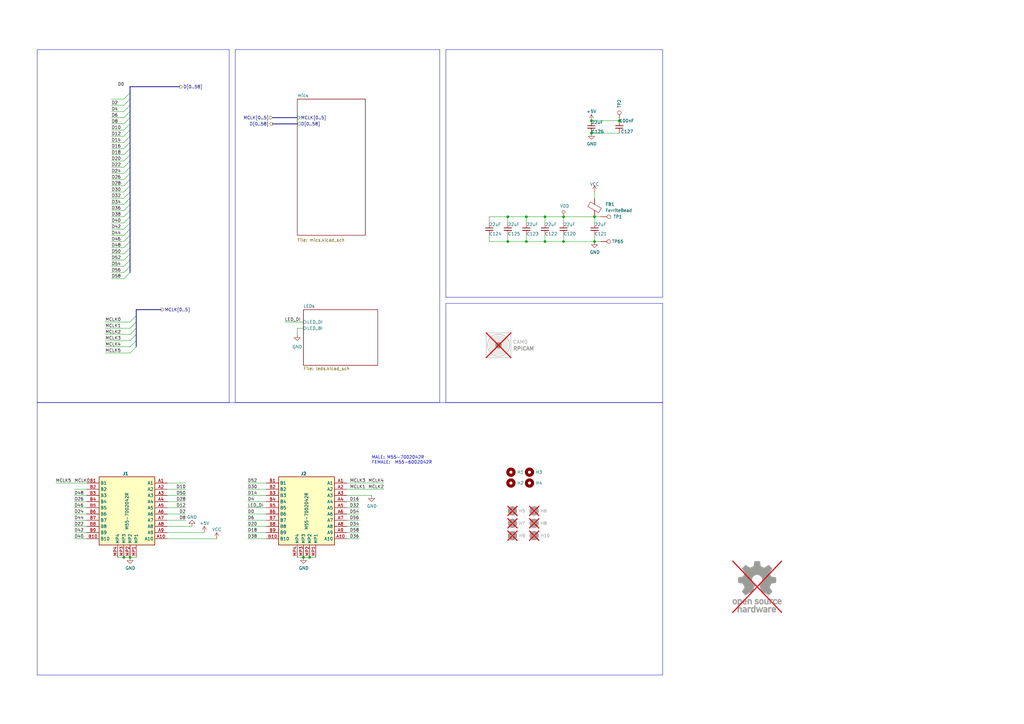
<source format=kicad_sch>
(kicad_sch (version 20230819) (generator eeschema)
  (paper "A3")
  (lib_symbols
    (symbol "Device:FerriteBead" (pin_numbers hide) (pin_names (offset 0))
      (property "Reference" "FB" (at -3.81 0.635 90))
      (property "Value" "FerriteBead" (at 3.81 0 90))
      (symbol "FerriteBead_1_1"
        (pin passive line (at 0 3.81 270) (length 2.54) (name "~") (number "1"))
        (pin passive line (at 0 -3.81 90) (length 2.54) (name "~") (number "2"))
      )
    )
    (symbol "M55-7002042R:M55-7002042R"
      (property "Reference" "J" (at 34.29 15.24 0))
      (property "Value" "M55-7002042R" (at 34.29 12.7 0))
      (symbol "M55-7002042R_1_1"
        (pin passive line (at 30.48 -17.78 90) (length 5.08) (name "A1") (number "A1"))
        (pin passive line (at 7.62 -17.78 90) (length 5.08) (name "A10") (number "A10"))
        (pin passive line (at 27.94 -17.78 90) (length 5.08) (name "A2") (number "A2"))
        (pin passive line (at 25.4 -17.78 90) (length 5.08) (name "A3") (number "A3"))
        (pin passive line (at 22.86 -17.78 90) (length 5.08) (name "A4") (number "A4"))
        (pin passive line (at 20.32 -17.78 90) (length 5.08) (name "A5") (number "A5"))
        (pin passive line (at 17.78 -17.78 90) (length 5.08) (name "A6") (number "A6"))
        (pin passive line (at 15.24 -17.78 90) (length 5.08) (name "A7") (number "A7"))
        (pin passive line (at 12.7 -17.78 90) (length 5.08) (name "A8") (number "A8"))
        (pin passive line (at 10.16 -17.78 90) (length 5.08) (name "A9") (number "A9"))
        (pin passive line (at 30.48 15.24 270) (length 5.08) (name "B1") (number "B1"))
        (pin passive line (at 7.62 15.24 270) (length 5.08) (name "B10") (number "B10"))
        (pin passive line (at 27.94 15.24 270) (length 5.08) (name "B2") (number "B2"))
        (pin passive line (at 25.4 15.24 270) (length 5.08) (name "B3") (number "B3"))
        (pin passive line (at 22.86 15.24 270) (length 5.08) (name "B4") (number "B4"))
        (pin passive line (at 20.32 15.24 270) (length 5.08) (name "B5") (number "B5"))
        (pin passive line (at 17.78 15.24 270) (length 5.08) (name "B6") (number "B6"))
        (pin passive line (at 15.24 15.24 270) (length 5.08) (name "B7") (number "B7"))
        (pin passive line (at 12.7 15.24 270) (length 5.08) (name "B8") (number "B8"))
        (pin passive line (at 10.16 15.24 270) (length 5.08) (name "B9") (number "B9"))
        (pin passive line (at 0 -5.08 0) (length 5.08) (name "MP1") (number "MP1"))
        (pin passive line (at 0 -2.54 0) (length 5.08) (name "MP2") (number "MP2"))
        (pin passive line (at 0 0 0) (length 5.08) (name "MP3") (number "MP3"))
        (pin passive line (at 0 2.54 0) (length 5.08) (name "MP4") (number "MP4"))
      )
    )
    (symbol "Mechanical:MountingHole" (pin_names (offset 1.016))
      (property "Reference" "H" (at 0 5.08 0))
      (property "Value" "MountingHole" (at 0 3.175 0))
    )
    (symbol "OSHW:LOGO" (pin_names (offset 1.016)))
    (symbol "array-rescue:C_Small-Device-array-rescue" (pin_numbers hide) (pin_names (offset 0.254) hide)
      (property "Reference" "C" (at 0.254 1.778 0))
      (property "Value" "array-rescue_C_Small-Device" (at 0.254 -2.032 0))
      (symbol "C_Small-Device-array-rescue_1_1"
        (pin passive line (at 0 2.54 270) (length 2.032) (name "~") (number "1"))
        (pin passive line (at 0 -2.54 90) (length 2.032) (name "~") (number "2"))
      )
    )
    (symbol "array-rescue:GND-power-array-rescue" (power) (pin_names (offset 0))
      (property "Value" "GND-power-array-rescue" (at 0 -3.81 0))
      (symbol "GND-power-array-rescue_1_1"
        (pin power_in line (at 0 0 270) (length 0) hide (name "GND") (number "1"))
      )
    )
    (symbol "array-rescue:TestPoint-Connector-array-rescue" (pin_numbers hide) (pin_names (offset 0.762) hide)
      (property "Reference" "TP" (at 0 6.858 0))
      (property "Value" "array-rescue_TestPoint-Connector" (at 0 5.08 0))
      (symbol "TestPoint-Connector-array-rescue_1_1"
        (pin passive line (at 0 0 90) (length 2.54) (name "1") (number "1"))
      )
    )
    (symbol "array-rescue:VDD-power-array-rescue" (power) (pin_names (offset 0))
      (property "Value" "VDD-power-array-rescue" (at 0 3.81 0))
      (symbol "VDD-power-array-rescue_1_1"
        (pin power_in line (at 0 0 90) (length 0) hide (name "VDD") (number "1"))
      )
    )
    (symbol "power:+5V" (power) (pin_names (offset 0))
      (property "Value" "+5V" (at 0 3.556 0))
      (symbol "+5V_1_1"
        (pin power_in line (at 0 0 90) (length 0) hide (name "+5V") (number "1"))
      )
    )
    (symbol "power:GND" (power) (pin_names (offset 0))
      (property "Value" "GND" (at 0 -3.81 0))
      (symbol "GND_1_1"
        (pin power_in line (at 0 0 270) (length 0) hide (name "GND") (number "1"))
      )
    )
    (symbol "power:VCC" (power) (pin_names (offset 0))
      (property "Value" "VCC" (at 0 3.81 0))
      (symbol "VCC_1_1"
        (pin power_in line (at 0 0 90) (length 0) hide (name "VCC") (number "1"))
      )
    )
    (symbol "rpicam:RPICAM" (pin_names (offset 1.016))
      (property "Reference" "CAM" (at -2.54 6.35 0))
      (property "Value" "RPICAM" (at 1.27 -6.35 0))
    )
  )
  (junction (at 53.34 228.6))
  (junction (at 215.9 99.06))
  (junction (at 223.52 99.06))
  (junction (at 243.84 88.9))
  (junction (at 208.28 99.06))
  (junction (at 127 228.6))
  (junction (at 242.57 54.61))
  (junction (at 208.28 88.9))
  (junction (at 231.14 88.9))
  (junction (at 254 49.53))
  (junction (at 231.14 99.06))
  (junction (at 50.8 228.6))
  (junction (at 242.57 49.53))
  (junction (at 215.9 88.9))
  (junction (at 124.46 228.6))
  (junction (at 243.84 99.06))
  (junction (at 223.52 88.9))
  (bus_entry (at 50.8 53.34) (size 2.54 -2.54))
  (bus_entry (at 50.8 81.28) (size 2.54 -2.54))
  (bus_entry (at 53.34 144.78) (size 2.54 -2.54))
  (bus_entry (at 53.34 132.08) (size 2.54 -2.54))
  (bus_entry (at 50.8 55.88) (size 2.54 -2.54))
  (bus_entry (at 50.8 99.06) (size 2.54 -2.54))
  (bus_entry (at 50.8 111.76) (size 2.54 -2.54))
  (bus_entry (at 50.8 86.36) (size 2.54 -2.54))
  (bus_entry (at 50.8 93.98) (size 2.54 -2.54))
  (bus_entry (at 50.8 43.18) (size 2.54 -2.54))
  (bus_entry (at 53.34 137.16) (size 2.54 -2.54))
  (bus_entry (at 50.8 68.58) (size 2.54 -2.54))
  (bus_entry (at 50.8 83.82) (size 2.54 -2.54))
  (bus_entry (at 50.8 60.96) (size 2.54 -2.54))
  (bus_entry (at 53.34 134.62) (size 2.54 -2.54))
  (bus_entry (at 50.8 48.26) (size 2.54 -2.54))
  (bus_entry (at 50.8 66.04) (size 2.54 -2.54))
  (bus_entry (at 50.8 71.12) (size 2.54 -2.54))
  (bus_entry (at 50.8 45.72) (size 2.54 -2.54))
  (bus_entry (at 50.8 40.64) (size 2.54 -2.54))
  (bus_entry (at 50.8 91.44) (size 2.54 -2.54))
  (bus_entry (at 53.34 139.7) (size 2.54 -2.54))
  (bus_entry (at 50.8 50.8) (size 2.54 -2.54))
  (bus_entry (at 50.8 106.68) (size 2.54 -2.54))
  (bus_entry (at 50.8 101.6) (size 2.54 -2.54))
  (bus_entry (at 50.8 58.42) (size 2.54 -2.54))
  (bus_entry (at 50.8 114.3) (size 2.54 -2.54))
  (bus_entry (at 53.34 142.24) (size 2.54 -2.54))
  (bus_entry (at 50.8 96.52) (size 2.54 -2.54))
  (bus_entry (at 50.8 109.22) (size 2.54 -2.54))
  (bus_entry (at 50.8 73.66) (size 2.54 -2.54))
  (bus_entry (at 50.8 76.2) (size 2.54 -2.54))
  (bus_entry (at 50.8 63.5) (size 2.54 -2.54))
  (bus_entry (at 50.8 88.9) (size 2.54 -2.54))
  (bus_entry (at 50.8 104.14) (size 2.54 -2.54))
  (bus_entry (at 50.8 78.74) (size 2.54 -2.54))
  (polyline (pts (xy 271.78 20.32) (xy 271.78 121.92)))
  (wire (pts (xy 30.48 210.82) (xy 35.56 210.82)))
  (wire (pts (xy 142.24 208.28) (xy 147.32 208.28)))
  (wire (pts (xy 68.58 220.98) (xy 88.9 220.98)))
  (bus (pts (xy 53.34 109.22) (xy 53.34 111.76)))
  (bus (pts (xy 121.92 48.26) (xy 111.76 48.26)))
  (wire (pts (xy 45.72 63.5) (xy 50.8 63.5)))
  (polyline (pts (xy 271.78 124.46) (xy 271.78 165.1)))
  (wire (pts (xy 45.72 73.66) (xy 50.8 73.66)))
  (wire (pts (xy 45.72 68.58) (xy 50.8 68.58)))
  (wire (pts (xy 45.72 78.74) (xy 50.8 78.74)))
  (bus (pts (xy 53.34 86.36) (xy 53.34 88.9)))
  (wire (pts (xy 45.72 91.44) (xy 50.8 91.44)))
  (wire (pts (xy 45.72 114.3) (xy 50.8 114.3)))
  (polyline (pts (xy 15.24 20.32) (xy 93.98 20.32)))
  (bus (pts (xy 53.34 99.06) (xy 53.34 101.6)))
  (bus (pts (xy 53.34 88.9) (xy 53.34 91.44)))
  (polyline (pts (xy 96.52 20.32) (xy 180.34 20.32)))
  (wire (pts (xy 101.6 200.66) (xy 109.22 200.66)))
  (wire (pts (xy 45.72 96.52) (xy 50.8 96.52)))
  (wire (pts (xy 68.58 205.74) (xy 76.2 205.74)))
  (wire (pts (xy 48.26 228.6) (xy 50.8 228.6)))
  (wire (pts (xy 45.72 76.2) (xy 50.8 76.2)))
  (bus (pts (xy 55.88 127) (xy 55.88 129.54)))
  (wire (pts (xy 30.48 208.28) (xy 35.56 208.28)))
  (wire (pts (xy 45.72 50.8) (xy 50.8 50.8)))
  (wire (pts (xy 101.6 208.28) (xy 109.22 208.28)))
  (bus (pts (xy 53.34 55.88) (xy 53.34 58.42)))
  (bus (pts (xy 53.34 48.26) (xy 53.34 50.8)))
  (wire (pts (xy 243.84 88.9) (xy 243.84 91.44)))
  (polyline (pts (xy 93.98 165.1) (xy 15.24 165.1)))
  (wire (pts (xy 101.6 220.98) (xy 109.22 220.98)))
  (polyline (pts (xy 15.24 276.86) (xy 15.24 165.1)))
  (wire (pts (xy 231.14 88.9) (xy 223.52 88.9)))
  (polyline (pts (xy 271.78 121.92) (xy 182.88 121.92)))
  (wire (pts (xy 142.24 210.82) (xy 147.32 210.82)))
  (wire (pts (xy 101.6 218.44) (xy 109.22 218.44)))
  (bus (pts (xy 53.34 60.96) (xy 53.34 63.5)))
  (wire (pts (xy 200.66 96.52) (xy 200.66 99.06)))
  (polyline (pts (xy 93.98 20.32) (xy 93.98 165.1)))
  (wire (pts (xy 68.58 210.82) (xy 76.2 210.82)))
  (wire (pts (xy 43.18 144.78) (xy 53.34 144.78)))
  (wire (pts (xy 101.6 203.2) (xy 109.22 203.2)))
  (wire (pts (xy 101.6 210.82) (xy 109.22 210.82)))
  (wire (pts (xy 30.48 215.9) (xy 35.56 215.9)))
  (wire (pts (xy 30.48 203.2) (xy 35.56 203.2)))
  (wire (pts (xy 45.72 83.82) (xy 50.8 83.82)))
  (wire (pts (xy 30.48 200.66) (xy 35.56 200.66)))
  (wire (pts (xy 242.57 49.53) (xy 254 49.53)))
  (wire (pts (xy 223.52 96.52) (xy 223.52 99.06)))
  (wire (pts (xy 45.72 40.64) (xy 50.8 40.64)))
  (polyline (pts (xy 15.24 165.1) (xy 15.24 20.32)))
  (wire (pts (xy 45.72 93.98) (xy 50.8 93.98)))
  (wire (pts (xy 45.72 109.22) (xy 50.8 109.22)))
  (wire (pts (xy 45.72 104.14) (xy 50.8 104.14)))
  (wire (pts (xy 68.58 208.28) (xy 76.2 208.28)))
  (wire (pts (xy 121.92 134.62) (xy 121.92 137.16)))
  (wire (pts (xy 124.46 134.62) (xy 121.92 134.62)))
  (wire (pts (xy 101.6 215.9) (xy 109.22 215.9)))
  (bus (pts (xy 53.34 96.52) (xy 53.34 99.06)))
  (wire (pts (xy 68.58 198.12) (xy 76.2 198.12)))
  (bus (pts (xy 53.34 73.66) (xy 53.34 76.2)))
  (bus (pts (xy 53.34 35.56) (xy 73.66 35.56)))
  (bus (pts (xy 53.34 101.6) (xy 53.34 104.14)))
  (polyline (pts (xy 271.78 165.1) (xy 182.88 165.1)))
  (wire (pts (xy 101.6 213.36) (xy 109.22 213.36)))
  (wire (pts (xy 68.58 215.9) (xy 78.74 215.9)))
  (wire (pts (xy 45.72 99.06) (xy 50.8 99.06)))
  (bus (pts (xy 53.34 81.28) (xy 53.34 83.82)))
  (bus (pts (xy 53.34 71.12) (xy 53.34 73.66)))
  (wire (pts (xy 45.72 86.36) (xy 50.8 86.36)))
  (wire (pts (xy 200.66 88.9) (xy 200.66 91.44)))
  (wire (pts (xy 142.24 200.66) (xy 157.48 200.66)))
  (wire (pts (xy 101.6 198.12) (xy 109.22 198.12)))
  (wire (pts (xy 242.57 54.61) (xy 254 54.61)))
  (wire (pts (xy 45.72 53.34) (xy 50.8 53.34)))
  (wire (pts (xy 45.72 48.26) (xy 50.8 48.26)))
  (wire (pts (xy 223.52 88.9) (xy 223.52 91.44)))
  (wire (pts (xy 45.72 106.68) (xy 50.8 106.68)))
  (wire (pts (xy 215.9 88.9) (xy 215.9 91.44)))
  (bus (pts (xy 53.34 40.64) (xy 53.34 43.18)))
  (wire (pts (xy 127 228.6) (xy 129.54 228.6)))
  (polyline (pts (xy 182.88 20.32) (xy 271.78 20.32)))
  (bus (pts (xy 55.88 134.62) (xy 55.88 137.16)))
  (wire (pts (xy 45.72 111.76) (xy 50.8 111.76)))
  (bus (pts (xy 53.34 83.82) (xy 53.34 86.36)))
  (bus (pts (xy 53.34 91.44) (xy 53.34 93.98)))
  (polyline (pts (xy 271.78 276.86) (xy 15.24 276.86)))
  (wire (pts (xy 200.66 99.06) (xy 208.28 99.06)))
  (wire (pts (xy 68.58 203.2) (xy 76.2 203.2)))
  (polyline (pts (xy 271.78 165.1) (xy 271.78 276.86)))
  (wire (pts (xy 215.9 99.06) (xy 223.52 99.06)))
  (wire (pts (xy 215.9 96.52) (xy 215.9 99.06)))
  (bus (pts (xy 53.34 68.58) (xy 53.34 71.12)))
  (wire (pts (xy 45.72 71.12) (xy 50.8 71.12)))
  (wire (pts (xy 142.24 203.2) (xy 152.4 203.2)))
  (bus (pts (xy 53.34 66.04) (xy 53.34 68.58)))
  (wire (pts (xy 246.38 99.06) (xy 243.84 99.06)))
  (wire (pts (xy 208.28 96.52) (xy 208.28 99.06)))
  (wire (pts (xy 142.24 205.74) (xy 147.32 205.74)))
  (wire (pts (xy 45.72 58.42) (xy 50.8 58.42)))
  (wire (pts (xy 45.72 55.88) (xy 50.8 55.88)))
  (polyline (pts (xy 182.88 124.46) (xy 271.78 124.46)))
  (wire (pts (xy 243.84 78.74) (xy 243.84 81.28)))
  (bus (pts (xy 53.34 93.98) (xy 53.34 96.52)))
  (wire (pts (xy 30.48 218.44) (xy 35.56 218.44)))
  (wire (pts (xy 231.14 99.06) (xy 231.14 96.52)))
  (bus (pts (xy 53.34 78.74) (xy 53.34 81.28)))
  (wire (pts (xy 45.72 88.9) (xy 50.8 88.9)))
  (wire (pts (xy 43.18 137.16) (xy 53.34 137.16)))
  (wire (pts (xy 50.8 228.6) (xy 53.34 228.6)))
  (bus (pts (xy 53.34 106.68) (xy 53.34 109.22)))
  (bus (pts (xy 53.34 76.2) (xy 53.34 78.74)))
  (bus (pts (xy 53.34 104.14) (xy 53.34 106.68)))
  (bus (pts (xy 53.34 45.72) (xy 53.34 48.26)))
  (wire (pts (xy 142.24 218.44) (xy 147.32 218.44)))
  (polyline (pts (xy 182.88 165.1) (xy 182.88 124.46)))
  (wire (pts (xy 22.86 198.12) (xy 35.56 198.12)))
  (wire (pts (xy 142.24 198.12) (xy 157.48 198.12)))
  (bus (pts (xy 55.88 137.16) (xy 55.88 139.7)))
  (bus (pts (xy 53.34 63.5) (xy 53.34 66.04)))
  (wire (pts (xy 208.28 88.9) (xy 208.28 91.44)))
  (bus (pts (xy 55.88 139.7) (xy 55.88 142.24)))
  (wire (pts (xy 45.72 101.6) (xy 50.8 101.6)))
  (bus (pts (xy 53.34 35.56) (xy 53.34 38.1)))
  (wire (pts (xy 68.58 213.36) (xy 76.2 213.36)))
  (bus (pts (xy 53.34 43.18) (xy 53.34 45.72)))
  (wire (pts (xy 45.72 81.28) (xy 50.8 81.28)))
  (bus (pts (xy 53.34 50.8) (xy 53.34 53.34)))
  (wire (pts (xy 121.92 228.6) (xy 124.46 228.6)))
  (bus (pts (xy 55.88 129.54) (xy 55.88 132.08)))
  (wire (pts (xy 208.28 99.06) (xy 215.9 99.06)))
  (wire (pts (xy 45.72 60.96) (xy 50.8 60.96)))
  (wire (pts (xy 45.72 43.18) (xy 50.8 43.18)))
  (polyline (pts (xy 15.24 165.1) (xy 271.78 165.1)))
  (wire (pts (xy 208.28 88.9) (xy 200.66 88.9)))
  (wire (pts (xy 142.24 215.9) (xy 147.32 215.9)))
  (wire (pts (xy 223.52 88.9) (xy 215.9 88.9)))
  (wire (pts (xy 43.18 132.08) (xy 53.34 132.08)))
  (wire (pts (xy 68.58 218.44) (xy 83.82 218.44)))
  (wire (pts (xy 30.48 220.98) (xy 35.56 220.98)))
  (wire (pts (xy 142.24 213.36) (xy 147.32 213.36)))
  (wire (pts (xy 243.84 88.9) (xy 246.38 88.9)))
  (wire (pts (xy 243.84 99.06) (xy 231.14 99.06)))
  (wire (pts (xy 231.14 88.9) (xy 243.84 88.9)))
  (wire (pts (xy 30.48 205.74) (xy 35.56 205.74)))
  (bus (pts (xy 55.88 132.08) (xy 55.88 134.62)))
  (wire (pts (xy 101.6 205.74) (xy 109.22 205.74)))
  (wire (pts (xy 68.58 200.66) (xy 76.2 200.66)))
  (wire (pts (xy 43.18 139.7) (xy 53.34 139.7)))
  (polyline (pts (xy 182.88 121.92) (xy 182.88 20.32)))
  (bus (pts (xy 53.34 58.42) (xy 53.34 60.96)))
  (wire (pts (xy 223.52 99.06) (xy 231.14 99.06)))
  (wire (pts (xy 45.72 66.04) (xy 50.8 66.04)))
  (wire (pts (xy 208.28 88.9) (xy 215.9 88.9)))
  (polyline (pts (xy 180.34 20.32) (xy 180.34 165.1)))
  (wire (pts (xy 45.72 45.72) (xy 50.8 45.72)))
  (bus (pts (xy 121.92 50.8) (xy 111.76 50.8)))
  (wire (pts (xy 243.84 96.52) (xy 243.84 99.06)))
  (wire (pts (xy 53.34 228.6) (xy 55.88 228.6)))
  (wire (pts (xy 231.14 91.44) (xy 231.14 88.9)))
  (wire (pts (xy 30.48 213.36) (xy 35.56 213.36)))
  (bus (pts (xy 53.34 53.34) (xy 53.34 55.88)))
  (bus (pts (xy 53.34 38.1) (xy 53.34 40.64)))
  (wire (pts (xy 43.18 142.24) (xy 53.34 142.24)))
  (wire (pts (xy 116.84 132.08) (xy 124.46 132.08)))
  (wire (pts (xy 147.32 220.98) (xy 142.24 220.98)))
  (wire (pts (xy 124.46 228.6) (xy 127 228.6)))
  (polyline (pts (xy 180.34 165.1) (xy 96.52 165.1)))
  (bus (pts (xy 55.88 127) (xy 66.04 127)))
  (polyline (pts (xy 96.52 165.1) (xy 96.52 20.32)))
  (wire (pts (xy 43.18 134.62) (xy 53.34 134.62)))
  (text "MALE: M55-7002042R \nFEMALE:  M55-6002042R" (at 152.4 190.5 0) (effects (font (size 1.27 1.27)) (justify left bottom)))
  (label "D16" (at 45.72 60.96 0))
  (label "D46" (at 30.48 208.28 0))
  (label "MCLK4" (at 157.48 198.12 180))
  (label "D54" (at 45.72 109.22 0))
  (label "D26" (at 30.48 205.74 0))
  (label "D50" (at 76.2 203.2 180))
  (label "D54" (at 147.32 210.82 180))
  (label "D56" (at 147.32 213.36 180))
  (label "MCLK4" (at 43.18 142.24 0))
  (label "D42" (at 30.48 218.44 0))
  (label "D24" (at 30.48 210.82 0))
  (label "D4" (at 45.72 45.72 0))
  (label "D30" (at 101.6 200.66 0))
  (label "D6" (at 101.6 213.36 0))
  (label "D28" (at 76.2 205.74 180))
  (label "D24" (at 45.72 71.12 0))
  (label "MCLK2" (at 157.48 200.66 180))
  (label "D42" (at 45.72 93.98 0))
  (label "D12" (at 45.72 55.88 0))
  (label "MCLK0" (at 43.18 132.08 0))
  (label "MCLK5" (at 22.86 198.12 0))
  (label "D28" (at 45.72 76.2 0))
  (label "D10" (at 76.2 200.66 180))
  (label "D26" (at 45.72 73.66 0))
  (label "D14" (at 101.6 203.2 0))
  (label "D0" (at 101.6 210.82 0))
  (label "D20" (at 45.72 66.04 0))
  (label "MCLK2" (at 43.18 137.16 0))
  (label "LED_DI" (at 101.6 208.28 0))
  (label "D22" (at 30.48 215.9 0))
  (label "D44" (at 45.72 96.52 0))
  (label "D58" (at 147.32 218.44 180))
  (label "D2" (at 76.2 210.82 180))
  (label "D8" (at 76.2 213.36 180))
  (label "LED_DI" (at 116.84 132.08 0))
  (label "D36" (at 45.72 86.36 0))
  (label "D20" (at 101.6 215.9 0))
  (label "D38" (at 45.72 88.9 0))
  (label "D6" (at 45.72 48.26 0))
  (label "D0" (at 48.26 35.56 0))
  (label "D50" (at 45.72 104.14 0))
  (label "D18" (at 101.6 218.44 0))
  (label "D14" (at 45.72 58.42 0))
  (label "D30" (at 45.72 78.74 0))
  (label "D22" (at 45.72 68.58 0))
  (label "D4" (at 101.6 205.74 0))
  (label "D12" (at 76.2 208.28 180))
  (label "MCLK1" (at 143.51 200.66 0))
  (label "D38" (at 101.6 220.98 0))
  (label "D32" (at 45.72 81.28 0))
  (label "MCLK1" (at 43.18 134.62 0))
  (label "D56" (at 45.72 111.76 0))
  (label "D16" (at 147.32 205.74 180))
  (label "D52" (at 101.6 198.12 0))
  (label "D8" (at 45.72 50.8 0))
  (label "D40" (at 30.48 220.98 0))
  (label "MCLK0" (at 30.48 198.12 0))
  (label "D34" (at 147.32 215.9 180))
  (label "D58" (at 45.72 114.3 0))
  (label "D36" (at 147.32 220.98 180))
  (label "D34" (at 45.72 83.82 0))
  (label "MCLK5" (at 43.18 144.78 0))
  (label "D10" (at 45.72 53.34 0))
  (label "MCLK3" (at 143.51 198.12 0))
  (label "D32" (at 147.32 208.28 180))
  (label "D48" (at 30.48 203.2 0))
  (label "D44" (at 30.48 213.36 0))
  (label "D2" (at 45.72 43.18 0))
  (label "D46" (at 45.72 99.06 0))
  (label "D40" (at 45.72 91.44 0))
  (label "D18" (at 45.72 63.5 0))
  (label "D52" (at 45.72 106.68 0))
  (label "MCLK3" (at 43.18 139.7 0))
  (label "D48" (at 45.72 101.6 0))
  (hierarchical_label "MCLK[0..5]" (shape input) (at 111.76 48.26 180))
  (hierarchical_label "D[0..58]" (shape output) (at 111.76 50.8 180))
  (hierarchical_label "D[0..58]" (shape output) (at 73.66 35.56 0))
  (hierarchical_label "MCLK[0..5]" (shape output) (at 66.04 127 0))
  (symbol (lib_id "array-rescue:C_Small-Device-array-rescue") (at 243.84 93.98 0) (unit 1)
    (property "Reference" "C121" (at 243.84 95.885 0) (effects (justify left)))
    (property "Value" "22uF" (at 243.84 92.075 0) (effects (justify left)))
    (property "Footprint" "Capacitor_SMD:C_0805_2012Metric" (effects hide))
    (property "${DNP}" "${DNP}" (effects hide))
    (property "Field-1" "CL05A475MP5NRNC" (effects hide))
    (property "Manufacturer_Part_Number" "CC0805ZKY5V5BB226" (effects hide))
  )
  (symbol (lib_id "array-rescue:GND-power-array-rescue") (at 243.84 99.06 0) (unit 1)
    (property "Reference" "#PWR0121" (effects hide))
    (property "Value" "GND" (at 243.967 103.4542 0))
  )
  (symbol (lib_id "rpicam:RPICAM") (at 204.47 141.605 0) (unit 1) (dnp yes)
    (property "Reference" "CAM0" (at 210.2612 140.2588 0) (effects (font (size 1.524 1.524)) (justify left)))
    (property "Value" "RPICAM" (at 210.2612 142.9512 0) (effects (font (size 1.524 1.524) bold) (justify left)))
    (property "Footprint" "raspberry:RPI_CAMERA" (effects hide))
    (property "${DNP}" "${DNP}" (effects hide))
  )
  (symbol (lib_id "array-rescue:TestPoint-Connector-array-rescue") (at 246.38 99.06 270) (unit 1) (in_bom no)
    (property "Reference" "TP65" (at 253.365 99.06 90))
    (property "Value" "TestPoint" (effects hide))
    (property "Footprint" "raspberry:TestPoint_Pad_D1.5mm" (effects hide))
    (property "${DNP}" "${DNP}" (effects hide))
  )
  (symbol (lib_id "array-rescue:C_Small-Device-array-rescue") (at 200.66 93.98 0) (unit 1)
    (property "Reference" "C124" (at 200.66 95.885 0) (effects (justify left)))
    (property "Value" "22uF" (at 200.66 92.075 0) (effects (justify left)))
    (property "Footprint" "Capacitor_SMD:C_0805_2012Metric" (effects hide))
    (property "${DNP}" "${DNP}" (effects hide))
    (property "Field-1" "CL05A475MP5NRNC" (effects hide))
    (property "Manufacturer_Part_Number" "CC0805ZKY5V5BB226" (effects hide))
  )
  (symbol (lib_id "array-rescue:GND-power-array-rescue") (at 53.34 228.6 0) (unit 1)
    (property "Reference" "#PWR0123" (effects hide))
    (property "Value" "GND" (at 53.467 232.9942 0))
  )
  (symbol (lib_id "array-rescue:C_Small-Device-array-rescue") (at 231.14 93.98 0) (unit 1)
    (property "Reference" "C120" (at 231.14 95.885 0) (effects (justify left)))
    (property "Value" "22uF" (at 231.14 92.075 0) (effects (justify left)))
    (property "Footprint" "Capacitor_SMD:C_0805_2012Metric" (effects hide))
    (property "${DNP}" "${DNP}" (effects hide))
    (property "Field-1" "CL05A475MP5NRNC" (effects hide))
    (property "Manufacturer_Part_Number" "CC0805ZKY5V5BB226" (effects hide))
  )
  (symbol (lib_id "array-rescue:GND-power-array-rescue") (at 152.4 203.2 0) (unit 1)
    (property "Reference" "#PWR0124" (effects hide))
    (property "Value" "GND" (at 152.527 207.5942 0))
  )
  (symbol (lib_id "array-rescue:C_Small-Device-array-rescue") (at 215.9 93.98 0) (unit 1)
    (property "Reference" "C123" (at 215.9 95.885 0) (effects (justify left)))
    (property "Value" "22uF" (at 215.9 92.075 0) (effects (justify left)))
    (property "Footprint" "Capacitor_SMD:C_0805_2012Metric" (effects hide))
    (property "${DNP}" "${DNP}" (effects hide))
    (property "Field-1" "CL05A475MP5NRNC" (effects hide))
    (property "Manufacturer_Part_Number" "CC0805ZKY5V5BB226" (effects hide))
  )
  (symbol (lib_id "array-rescue:VDD-power-array-rescue") (at 231.14 88.9 0) (unit 1)
    (property "Reference" "#PWR0116" (effects hide))
    (property "Value" "VDD" (at 231.5718 84.5058 0))
  )
  (symbol (lib_id "M55-7002042R:M55-7002042R") (at 124.46 228.6 90) (unit 1)
    (property "Reference" "J2" (at 123.19 194.31 90) (effects (font bold) (justify right)))
    (property "Value" "M55-7002042R" (at 125.73 201.93 0) (effects (justify right)))
    (property "Footprint" "M557002042R" (effects hide))
    (property "Datasheet" "https://componentsearchengine.com/Datasheets/1/M55-7002042R.pdf" (effects hide))
    (property "Description" "Board to Board & Mezzanine Connectors 20P 1.27 SMC Male" (effects hide))
    (property "Height" "6.75" (effects hide))
    (property "Mouser Part Number" "855-M55-7002042R" (effects hide))
    (property "Mouser Price/Stock" "https://www.mouser.co.uk/ProductDetail/Harwin/M55-7002042R?qs=rrS6PyfT74eAgkHB1jfH6g%3D%3D" (effects hide))
    (property "Manufacturer_Name" "Harwin" (effects hide))
    (property "Manufacturer_Part_Number" "M55-7002042R" (effects hide))
    (property "${DNP}" "${DNP}" (effects hide))
  )
  (symbol (lib_id "array-rescue:GND-power-array-rescue") (at 242.57 54.61 0) (unit 1)
    (property "Reference" "#PWR0311" (effects hide))
    (property "Value" "GND" (at 242.697 59.0042 0))
  )
  (symbol (lib_id "array-rescue:GND-power-array-rescue") (at 124.46 228.6 0) (unit 1)
    (property "Reference" "#PWR0122" (effects hide))
    (property "Value" "GND" (at 124.587 232.9942 0))
  )
  (symbol (lib_id "Mechanical:MountingHole") (at 217.17 193.675 0) (unit 1)
    (property "Reference" "H3" (at 219.71 193.675 0) (effects (justify left)))
    (property "Value" "MountingHole" (effects hide))
    (property "Footprint" "TH:WA-SMST" (effects hide))
    (property "Description" "Mounting Hole without connection" (effects hide))
    (property "${DNP}" "${DNP}" (effects hide))
    (property "Manufacturer_Part_Number" "9774080151R" (effects hide))
  )
  (symbol (lib_id "Mechanical:MountingHole") (at 209.55 193.675 0) (unit 1)
    (property "Reference" "H1" (at 212.09 193.675 0) (effects (justify left)))
    (property "Value" "MountingHole" (effects hide))
    (property "Footprint" "TH:WA-SMST" (effects hide))
    (property "Description" "Mounting Hole without connection" (effects hide))
    (property "${DNP}" "${DNP}" (effects hide))
    (property "Manufacturer_Part_Number" "9774080151R" (effects hide))
  )
  (symbol (lib_id "array-rescue:C_Small-Device-array-rescue") (at 254 52.07 0) (unit 1)
    (property "Reference" "C127" (at 254.635 53.975 0) (effects (justify left)))
    (property "Value" "100nF" (at 254 49.53 0) (effects (justify left)))
    (property "Footprint" "smd:C_0201_0603Metric" (effects hide))
    (property "${DNP}" "${DNP}" (effects hide))
    (property "Manufacturer_Part_Number" "CL03A104KQ3NNNC" (effects hide))
  )
  (symbol (lib_id "power:VCC") (at 243.84 78.74 0) (unit 1)
    (property "Reference" "#PWR0126" (effects hide))
    (property "Value" "VCC" (at 243.84 75.565 0))
    (property "Description" "Power symbol creates a global label with name \"VCC\"" (effects hide))
  )
  (symbol (lib_id "Mechanical:MountingHole") (at 210.185 209.55 0) (unit 1) (dnp yes)
    (property "Reference" "H5" (at 212.725 209.55 0) (effects (justify left)))
    (property "Value" "MountingHole" (effects hide))
    (property "Footprint" "MountingHole:MountingHole_2.5mm" (effects hide))
    (property "Description" "Mounting Hole without connection" (effects hide))
    (property "${DNP}" "${DNP}" (effects hide))
  )
  (symbol (lib_id "array-rescue:TestPoint-Connector-array-rescue") (at 246.38 88.9 270) (unit 1) (in_bom no)
    (property "Reference" "TP1" (at 253.365 88.9 90))
    (property "Value" "TestPoint" (effects hide))
    (property "Footprint" "raspberry:TestPoint_Pad_D1.5mm" (effects hide))
    (property "${DNP}" "${DNP}" (effects hide))
  )
  (symbol (lib_id "power:GND") (at 121.92 137.16 0) (unit 1)
    (property "Reference" "#PWR0309" (effects hide))
    (property "Value" "GND" (at 121.92 142.24 0))
    (property "Description" "Power symbol creates a global label with name \"GND\" , ground" (effects hide))
  )
  (symbol (lib_id "power:+5V") (at 83.82 218.44 0) (unit 1)
    (property "Reference" "#PWR0308" (effects hide))
    (property "Value" "+5V" (at 83.82 214.63 0))
    (property "Description" "Power symbol creates a global label with name \"+5V\"" (effects hide))
  )
  (symbol (lib_id "array-rescue:C_Small-Device-array-rescue") (at 208.28 93.98 0) (unit 1)
    (property "Reference" "C125" (at 208.28 95.885 0) (effects (justify left)))
    (property "Value" "22uF" (at 208.28 92.075 0) (effects (justify left)))
    (property "Footprint" "Capacitor_SMD:C_0805_2012Metric" (effects hide))
    (property "${DNP}" "${DNP}" (effects hide))
    (property "Field-1" "CL05A475MP5NRNC" (effects hide))
    (property "Manufacturer_Part_Number" "CC0805ZKY5V5BB226" (effects hide))
  )
  (symbol (lib_id "power:+5V") (at 242.57 49.53 0) (unit 1)
    (property "Reference" "#PWR0310" (effects hide))
    (property "Value" "+5V" (at 242.57 45.72 0))
    (property "Description" "Power symbol creates a global label with name \"+5V\"" (effects hide))
  )
  (symbol (lib_id "Mechanical:MountingHole") (at 209.55 198.12 0) (unit 1)
    (property "Reference" "H2" (at 212.09 198.12 0) (effects (justify left)))
    (property "Value" "MountingHole" (effects hide))
    (property "Footprint" "TH:WA-SMST" (effects hide))
    (property "Description" "Mounting Hole without connection" (effects hide))
    (property "${DNP}" "${DNP}" (effects hide))
    (property "Manufacturer_Part_Number" "9774080151R" (effects hide))
  )
  (symbol (lib_id "array-rescue:GND-power-array-rescue") (at 78.74 215.9 0) (mirror x) (unit 1)
    (property "Reference" "#PWR0125" (effects hide))
    (property "Value" "GND" (at 78.74 212.09 0))
  )
  (symbol (lib_id "Mechanical:MountingHole") (at 217.17 198.12 0) (unit 1)
    (property "Reference" "H4" (at 219.71 198.12 0) (effects (justify left)))
    (property "Value" "MountingHole" (effects hide))
    (property "Footprint" "TH:WA-SMST" (effects hide))
    (property "Description" "Mounting Hole without connection" (effects hide))
    (property "${DNP}" "${DNP}" (effects hide))
    (property "Manufacturer_Part_Number" "9774080151R" (effects hide))
  )
  (symbol (lib_id "array-rescue:TestPoint-Connector-array-rescue") (at 254 49.53 0) (unit 1) (in_bom no)
    (property "Reference" "TP2" (at 254 42.545 90))
    (property "Value" "TestPoint" (effects hide))
    (property "Footprint" "raspberry:TestPoint_Pad_D1.5mm" (effects hide))
    (property "${DNP}" "${DNP}" (effects hide))
  )
  (symbol (lib_id "Mechanical:MountingHole") (at 210.185 214.63 0) (unit 1) (dnp yes)
    (property "Reference" "H7" (at 212.725 214.63 0) (effects (justify left)))
    (property "Value" "MountingHole" (effects hide))
    (property "Footprint" "MountingHole:MountingHole_2.5mm" (effects hide))
    (property "Description" "Mounting Hole without connection" (effects hide))
    (property "${DNP}" "${DNP}" (effects hide))
  )
  (symbol (lib_id "Mechanical:MountingHole") (at 219.075 209.55 0) (unit 1) (dnp yes)
    (property "Reference" "H6" (at 221.615 209.55 0) (effects (justify left)))
    (property "Value" "MountingHole" (effects hide))
    (property "Footprint" "MountingHole:MountingHole_2.5mm" (effects hide))
    (property "Description" "Mounting Hole without connection" (effects hide))
    (property "${DNP}" "${DNP}" (effects hide))
  )
  (symbol (lib_id "M55-7002042R:M55-7002042R") (at 50.8 228.6 90) (unit 1)
    (property "Reference" "J1" (at 50.165 194.31 90) (effects (font bold) (justify right)))
    (property "Value" "M55-7002042R" (at 52.07 201.93 0) (effects (justify right)))
    (property "Footprint" "M557002042R" (effects hide))
    (property "Datasheet" "https://componentsearchengine.com/Datasheets/1/M55-7002042R.pdf" (effects hide))
    (property "Description" "Board to Board & Mezzanine Connectors 20P 1.27 SMC Male" (effects hide))
    (property "Height" "6.75" (effects hide))
    (property "Mouser Part Number" "855-M55-7002042R" (effects hide))
    (property "Mouser Price/Stock" "https://www.mouser.co.uk/ProductDetail/Harwin/M55-7002042R?qs=rrS6PyfT74eAgkHB1jfH6g%3D%3D" (effects hide))
    (property "Manufacturer_Name" "Harwin" (effects hide))
    (property "Manufacturer_Part_Number" "M55-7002042R" (effects hide))
    (property "${DNP}" "${DNP}" (effects hide))
  )
  (symbol (lib_id "OSHW:LOGO") (at 310.515 240.665 0) (unit 1) (dnp yes)
    (property "Reference" "G1" (effects hide))
    (property "Value" "LOGO" (effects hide))
    (property "Footprint" "smd:OSHW-Logo2_9.8x8mm_SilkScreen" (effects hide))
  )
  (symbol (lib_id "Mechanical:MountingHole") (at 210.185 219.71 0) (unit 1) (dnp yes)
    (property "Reference" "H9" (at 212.725 219.71 0) (effects (justify left)))
    (property "Value" "MountingHole" (effects hide))
    (property "Footprint" "MountingHole:MountingHole_2.5mm" (effects hide))
    (property "Description" "Mounting Hole without connection" (effects hide))
    (property "${DNP}" "${DNP}" (effects hide))
  )
  (symbol (lib_id "Mechanical:MountingHole") (at 219.075 214.63 0) (unit 1) (dnp yes)
    (property "Reference" "H8" (at 221.615 214.63 0) (effects (justify left)))
    (property "Value" "MountingHole" (effects hide))
    (property "Footprint" "MountingHole:MountingHole_2.5mm" (effects hide))
    (property "Description" "Mounting Hole without connection" (effects hide))
    (property "${DNP}" "${DNP}" (effects hide))
  )
  (symbol (lib_id "Device:FerriteBead") (at 243.84 85.09 0) (unit 1)
    (property "Reference" "FB1" (at 248.285 83.7691 0) (effects (justify left)))
    (property "Value" "FerriteBead" (at 248.285 86.3091 0) (effects (justify left)))
    (property "Footprint" "Resistor_SMD:R_0603_1608Metric" (effects hide))
    (property "Description" "Ferrite bead" (effects hide))
    (property "Manufacturer_Part_Number" "74279228111" (effects hide))
  )
  (symbol (lib_id "Mechanical:MountingHole") (at 219.075 219.71 0) (unit 1) (dnp yes)
    (property "Reference" "H10" (at 221.615 219.71 0) (effects (justify left)))
    (property "Value" "MountingHole" (effects hide))
    (property "Footprint" "MountingHole:MountingHole_2.5mm" (effects hide))
    (property "Description" "Mounting Hole without connection" (effects hide))
    (property "${DNP}" "${DNP}" (effects hide))
  )
  (symbol (lib_id "array-rescue:C_Small-Device-array-rescue") (at 223.52 93.98 0) (unit 1)
    (property "Reference" "C122" (at 223.52 95.885 0) (effects (justify left)))
    (property "Value" "22uF" (at 223.52 92.075 0) (effects (justify left)))
    (property "Footprint" "Capacitor_SMD:C_0805_2012Metric" (effects hide))
    (property "${DNP}" "${DNP}" (effects hide))
    (property "Field-1" "CL05A475MP5NRNC" (effects hide))
    (property "Manufacturer_Part_Number" "CC0805ZKY5V5BB226" (effects hide))
  )
  (symbol (lib_id "array-rescue:C_Small-Device-array-rescue") (at 242.57 52.07 0) (unit 1)
    (property "Reference" "C126" (at 242.57 53.975 0) (effects (justify left)))
    (property "Value" "22uF" (at 242.57 50.165 0) (effects (justify left)))
    (property "Footprint" "Capacitor_SMD:C_0805_2012Metric" (effects hide))
    (property "${DNP}" "${DNP}" (effects hide))
    (property "Field-1" "CL05A475MP5NRNC" (effects hide))
    (property "Manufacturer_Part_Number" "CC0805ZKY5V5BB226" (effects hide))
  )
  (symbol (lib_id "power:VCC") (at 88.9 220.98 0) (unit 1)
    (property "Reference" "#PWR0127" (effects hide))
    (property "Value" "VCC" (at 88.9 217.17 0))
    (property "Description" "Power symbol creates a global label with name \"VCC\"" (effects hide))
  )
  (sheet (at 121.92 40.64) (size 27.94 55.88)
    (property "Sheetname" "mics" (at 121.92 39.9284 0) (effects (justify left bottom)))
    (property "Sheetfile" "mics.kicad_sch" (at 121.92 97.7396 0) (effects (justify left top)))
    (pin "MCLK[0..5]" input (at 121.92 48.26 180))
    (pin "D[0..58]" output (at 121.92 50.8 180))
  )
  (sheet (at 124.46 127) (size 30.48 22.86) (stroke (width 0.1524))
    (property "Sheetname" "LEDs" (at 124.46 126.2884 0) (effects (justify left bottom)))
    (property "Sheetfile" "leds.kicad_sch" (at 124.46 150.4446 0) (effects (justify left top)))
    (pin "LED_DI" input (at 124.46 132.08 180))
    (pin "LED_BI" input (at 124.46 134.62 180))
  )
)
</source>
